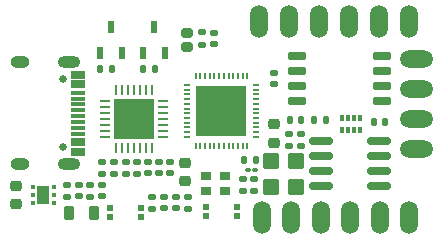
<source format=gts>
G04 #@! TF.GenerationSoftware,KiCad,Pcbnew,8.0.1*
G04 #@! TF.CreationDate,2024-12-04T18:09:29+05:30*
G04 #@! TF.ProjectId,V1,56312e6b-6963-4616-945f-706362585858,r0.1*
G04 #@! TF.SameCoordinates,Original*
G04 #@! TF.FileFunction,Soldermask,Top*
G04 #@! TF.FilePolarity,Negative*
%FSLAX46Y46*%
G04 Gerber Fmt 4.6, Leading zero omitted, Abs format (unit mm)*
G04 Created by KiCad (PCBNEW 8.0.1) date 2024-12-04 18:09:29*
%MOMM*%
%LPD*%
G01*
G04 APERTURE LIST*
G04 Aperture macros list*
%AMRoundRect*
0 Rectangle with rounded corners*
0 $1 Rounding radius*
0 $2 $3 $4 $5 $6 $7 $8 $9 X,Y pos of 4 corners*
0 Add a 4 corners polygon primitive as box body*
4,1,4,$2,$3,$4,$5,$6,$7,$8,$9,$2,$3,0*
0 Add four circle primitives for the rounded corners*
1,1,$1+$1,$2,$3*
1,1,$1+$1,$4,$5*
1,1,$1+$1,$6,$7*
1,1,$1+$1,$8,$9*
0 Add four rect primitives between the rounded corners*
20,1,$1+$1,$2,$3,$4,$5,0*
20,1,$1+$1,$4,$5,$6,$7,0*
20,1,$1+$1,$6,$7,$8,$9,0*
20,1,$1+$1,$8,$9,$2,$3,0*%
G04 Aperture macros list end*
%ADD10R,0.550000X0.550000*%
%ADD11C,1.500000*%
%ADD12R,1.270000X1.524000*%
%ADD13R,1.524000X1.270000*%
%ADD14RoundRect,0.193750X0.281250X-0.193750X0.281250X0.193750X-0.281250X0.193750X-0.281250X-0.193750X0*%
%ADD15RoundRect,0.140000X-0.170000X0.140000X-0.170000X-0.140000X0.170000X-0.140000X0.170000X0.140000X0*%
%ADD16C,0.650000*%
%ADD17RoundRect,0.075000X-0.550000X0.225000X-0.550000X-0.225000X0.550000X-0.225000X0.550000X0.225000X0*%
%ADD18RoundRect,0.075000X-0.550000X0.075000X-0.550000X-0.075000X0.550000X-0.075000X0.550000X0.075000X0*%
%ADD19O,1.900000X1.000000*%
%ADD20O,1.600000X1.000000*%
%ADD21RoundRect,0.225000X-0.250000X0.225000X-0.250000X-0.225000X0.250000X-0.225000X0.250000X0.225000X0*%
%ADD22RoundRect,0.135000X-0.185000X0.135000X-0.185000X-0.135000X0.185000X-0.135000X0.185000X0.135000X0*%
%ADD23RoundRect,0.140000X0.170000X-0.140000X0.170000X0.140000X-0.170000X0.140000X-0.170000X-0.140000X0*%
%ADD24RoundRect,0.062500X-0.337500X-0.062500X0.337500X-0.062500X0.337500X0.062500X-0.337500X0.062500X0*%
%ADD25RoundRect,0.062500X-0.062500X-0.337500X0.062500X-0.337500X0.062500X0.337500X-0.062500X0.337500X0*%
%ADD26R,3.350000X3.350000*%
%ADD27RoundRect,0.135000X0.185000X-0.135000X0.185000X0.135000X-0.185000X0.135000X-0.185000X-0.135000X0*%
%ADD28RoundRect,0.093750X0.093750X0.106250X-0.093750X0.106250X-0.093750X-0.106250X0.093750X-0.106250X0*%
%ADD29R,1.000000X1.600000*%
%ADD30RoundRect,0.150000X0.650000X0.150000X-0.650000X0.150000X-0.650000X-0.150000X0.650000X-0.150000X0*%
%ADD31R,0.600000X0.200000*%
%ADD32R,0.200000X0.600000*%
%ADD33R,4.350000X4.350000*%
%ADD34RoundRect,0.135000X-0.135000X-0.185000X0.135000X-0.185000X0.135000X0.185000X-0.135000X0.185000X0*%
%ADD35R,0.400000X0.500000*%
%ADD36R,0.300000X0.500000*%
%ADD37R,0.600000X1.100000*%
%ADD38RoundRect,0.147500X0.147500X0.172500X-0.147500X0.172500X-0.147500X-0.172500X0.147500X-0.172500X0*%
%ADD39RoundRect,0.140000X-0.140000X-0.170000X0.140000X-0.170000X0.140000X0.170000X-0.140000X0.170000X0*%
%ADD40R,0.900000X0.800000*%
%ADD41RoundRect,0.135000X0.540000X0.540000X-0.540000X0.540000X-0.540000X-0.540000X0.540000X-0.540000X0*%
%ADD42RoundRect,0.218750X-0.218750X-0.381250X0.218750X-0.381250X0.218750X0.381250X-0.218750X0.381250X0*%
%ADD43RoundRect,0.150000X0.825000X0.150000X-0.825000X0.150000X-0.825000X-0.150000X0.825000X-0.150000X0*%
%ADD44RoundRect,0.135000X0.135000X0.185000X-0.135000X0.185000X-0.135000X-0.185000X0.135000X-0.185000X0*%
%ADD45RoundRect,0.100000X-0.130000X-0.100000X0.130000X-0.100000X0.130000X0.100000X-0.130000X0.100000X0*%
G04 APERTURE END LIST*
D10*
X111590600Y-108249000D03*
X111590600Y-107499000D03*
X108940600Y-107499000D03*
X108940600Y-108249000D03*
D11*
X134290000Y-100000000D03*
D12*
X134925000Y-100000000D03*
D11*
X135560000Y-100000000D03*
X134290000Y-102540000D03*
D12*
X134925000Y-102540000D03*
D11*
X135560000Y-102540000D03*
X129300000Y-107721500D03*
D13*
X129300000Y-108356500D03*
D11*
X129300000Y-108991500D03*
X129200000Y-92380000D03*
D13*
X129200000Y-91745000D03*
D11*
X129200000Y-91110000D03*
X124130000Y-92380000D03*
D13*
X124130000Y-91745000D03*
D11*
X124130000Y-91110000D03*
X121600000Y-92400000D03*
D13*
X121600000Y-91765000D03*
D11*
X121600000Y-91130000D03*
X126800000Y-107700000D03*
D13*
X126800000Y-108335000D03*
D11*
X126800000Y-108970000D03*
X134300000Y-92400000D03*
D13*
X134300000Y-91765000D03*
D11*
X134300000Y-91130000D03*
X131700000Y-92400000D03*
D13*
X131700000Y-91765000D03*
D11*
X131700000Y-91130000D03*
X134300000Y-107721500D03*
D13*
X134300000Y-108356500D03*
D11*
X134300000Y-108991500D03*
X131800000Y-107721500D03*
D13*
X131800000Y-108356500D03*
D11*
X131800000Y-108991500D03*
D14*
X115443200Y-93856500D03*
X115443200Y-92681500D03*
D15*
X114071600Y-103634800D03*
X114071600Y-104594800D03*
D11*
X134290000Y-97460000D03*
D12*
X134925000Y-97460000D03*
D11*
X135560000Y-97460000D03*
X134290000Y-94920000D03*
D12*
X134925000Y-94920000D03*
D11*
X135560000Y-94920000D03*
X124300000Y-107700000D03*
D13*
X124300000Y-108335000D03*
D11*
X124300000Y-108970000D03*
X121800000Y-107700000D03*
D13*
X121800000Y-108335000D03*
D11*
X121800000Y-108970000D03*
X126670000Y-92380000D03*
D13*
X126670000Y-91745000D03*
D11*
X126670000Y-91110000D03*
D16*
X105000000Y-96610000D03*
X105000000Y-102390000D03*
D17*
X106245000Y-96250000D03*
X106245000Y-97050000D03*
D18*
X106245000Y-98250000D03*
X106245000Y-99250000D03*
X106245000Y-99750000D03*
X106245000Y-100750000D03*
D17*
X106245000Y-101950000D03*
X106245000Y-102750000D03*
X106245000Y-102750000D03*
X106245000Y-101950000D03*
D18*
X106245000Y-101250000D03*
X106245000Y-100250000D03*
X106245000Y-98750000D03*
X106245000Y-97750000D03*
D17*
X106245000Y-97050000D03*
X106245000Y-96250000D03*
D19*
X105530000Y-95180000D03*
D20*
X101350000Y-95180000D03*
D19*
X105530000Y-103820000D03*
D20*
X101350000Y-103820000D03*
D21*
X115290800Y-103670000D03*
X115290800Y-105220000D03*
D22*
X116738600Y-92657400D03*
X116738600Y-93677400D03*
X112522200Y-106551200D03*
X112522200Y-107571200D03*
D23*
X117780000Y-93647400D03*
X117780000Y-92687400D03*
D24*
X108550000Y-98500000D03*
X108550000Y-99000000D03*
X108550000Y-99500000D03*
X108550000Y-100000000D03*
X108550000Y-100500000D03*
X108550000Y-101000000D03*
X108550000Y-101500000D03*
D25*
X109500000Y-102450000D03*
X110000000Y-102450000D03*
X110500000Y-102450000D03*
X111000000Y-102450000D03*
X111500000Y-102450000D03*
X112000000Y-102450000D03*
X112500000Y-102450000D03*
D24*
X113450000Y-101500000D03*
X113450000Y-101000000D03*
X113450000Y-100500000D03*
X113450000Y-100000000D03*
X113450000Y-99500000D03*
X113450000Y-99000000D03*
X113450000Y-98500000D03*
D25*
X112500000Y-97550000D03*
X112000000Y-97550000D03*
X111500000Y-97550000D03*
X111000000Y-97550000D03*
X110500000Y-97550000D03*
X110000000Y-97550000D03*
X109500000Y-97550000D03*
D26*
X111000000Y-100000000D03*
D27*
X115570200Y-107571200D03*
X115570200Y-106551200D03*
D28*
X104213400Y-107076200D03*
X104213400Y-106426200D03*
X104213400Y-105776200D03*
X102438400Y-105776200D03*
X102438400Y-106426200D03*
X102438400Y-107076200D03*
D29*
X103325900Y-106426200D03*
D23*
X113538200Y-107541200D03*
X113538200Y-106581200D03*
D30*
X131971800Y-98425200D03*
X131971800Y-97155200D03*
X131971800Y-95885200D03*
X131971800Y-94615200D03*
X124771800Y-94615200D03*
X124771800Y-95885200D03*
X124771800Y-97155200D03*
X124771800Y-98425200D03*
D27*
X108305800Y-104624800D03*
X108305800Y-103604800D03*
D31*
X121349549Y-101499999D03*
X121349549Y-101099999D03*
X121349549Y-100699999D03*
X121349549Y-100299999D03*
X121349549Y-99899999D03*
X121349549Y-99499999D03*
X121349549Y-99099999D03*
X121349549Y-98699999D03*
X121349549Y-98299999D03*
X121349549Y-97899999D03*
X121349549Y-97499999D03*
X121349549Y-97099999D03*
D32*
X120599549Y-96349999D03*
X120199549Y-96349999D03*
X119799549Y-96349999D03*
X119399549Y-96349999D03*
X118999549Y-96349999D03*
X118599549Y-96349999D03*
X118199549Y-96349999D03*
X117799549Y-96349999D03*
X117399549Y-96349999D03*
X116999549Y-96349999D03*
X116599549Y-96349999D03*
X116199549Y-96349999D03*
D31*
X115449549Y-97099999D03*
X115449549Y-97499999D03*
X115449549Y-97899999D03*
X115449549Y-98299999D03*
X115449549Y-98699999D03*
X115449549Y-99099999D03*
X115449549Y-99499999D03*
X115449549Y-99899999D03*
X115449549Y-100299999D03*
X115449549Y-100699999D03*
X115449549Y-101099999D03*
X115449549Y-101499999D03*
D32*
X116199549Y-102249999D03*
X116599549Y-102249999D03*
X116999549Y-102249999D03*
X117399549Y-102249999D03*
X117799549Y-102249999D03*
X118199549Y-102249999D03*
X118599549Y-102249999D03*
X118999549Y-102249999D03*
X119399549Y-102249999D03*
X119799549Y-102249999D03*
X120199549Y-102249999D03*
X120599549Y-102249999D03*
D33*
X118399549Y-99299999D03*
D34*
X111732800Y-95783600D03*
X112752800Y-95783600D03*
D21*
X122834600Y-100444200D03*
X122834600Y-101994200D03*
D35*
X128587000Y-100906400D03*
D36*
X129087000Y-100906400D03*
X129587000Y-100906400D03*
D35*
X130087000Y-100906400D03*
X130087000Y-99906400D03*
D36*
X129587000Y-99906400D03*
X129087000Y-99906400D03*
D35*
X128587000Y-99906400D03*
D37*
X108107600Y-94386600D03*
X110007600Y-94386600D03*
X109057600Y-92186600D03*
D38*
X125148400Y-100025400D03*
X124178400Y-100025400D03*
D15*
X124155400Y-101272600D03*
X124155400Y-102232600D03*
D23*
X108305800Y-106525200D03*
X108305800Y-105565200D03*
D10*
X117059800Y-107473600D03*
X117059800Y-108223600D03*
X119709800Y-108223600D03*
X119709800Y-107473600D03*
D23*
X120243800Y-106042600D03*
X120243800Y-105082600D03*
D22*
X105283200Y-105535200D03*
X105283200Y-106555200D03*
D27*
X111252200Y-104624800D03*
X111252200Y-103604800D03*
D39*
X131270000Y-100203200D03*
X132230000Y-100203200D03*
X126266200Y-100025400D03*
X127226200Y-100025400D03*
D15*
X125146000Y-101272600D03*
X125146000Y-102232600D03*
D40*
X118725000Y-104810600D03*
X117075000Y-104810600D03*
X117075000Y-106060600D03*
X118725000Y-106060600D03*
D15*
X112192000Y-103609400D03*
X112192000Y-104569400D03*
D23*
X122860000Y-97051000D03*
X122860000Y-96091000D03*
D27*
X109296400Y-104624800D03*
X109296400Y-103604800D03*
D23*
X121183600Y-106042600D03*
X121183600Y-105082600D03*
D37*
X111724600Y-94394400D03*
X113624600Y-94394400D03*
X112674600Y-92194400D03*
D41*
X122597800Y-103547800D03*
X124747800Y-105697800D03*
X124747800Y-103547800D03*
X122597800Y-105697800D03*
D23*
X106299200Y-106499800D03*
X106299200Y-105539800D03*
D42*
X105490700Y-107899400D03*
X107615700Y-107899400D03*
D22*
X110287000Y-103604800D03*
X110287000Y-104624800D03*
D43*
X131775000Y-105670000D03*
X131775000Y-104400000D03*
X131775000Y-103130000D03*
X131775000Y-101860000D03*
X126825000Y-101860000D03*
X126825000Y-103130000D03*
X126825000Y-104400000D03*
X126825000Y-105670000D03*
D15*
X114554200Y-106581200D03*
X114554200Y-107541200D03*
D21*
X101016000Y-105625800D03*
X101016000Y-107175800D03*
D27*
X107289800Y-106555200D03*
X107289800Y-105535200D03*
D44*
X121287200Y-103429000D03*
X120267200Y-103429000D03*
D45*
X120635000Y-104267200D03*
X121275000Y-104267200D03*
D34*
X108100600Y-95758200D03*
X109120600Y-95758200D03*
D15*
X113081000Y-103609400D03*
X113081000Y-104569400D03*
M02*

</source>
